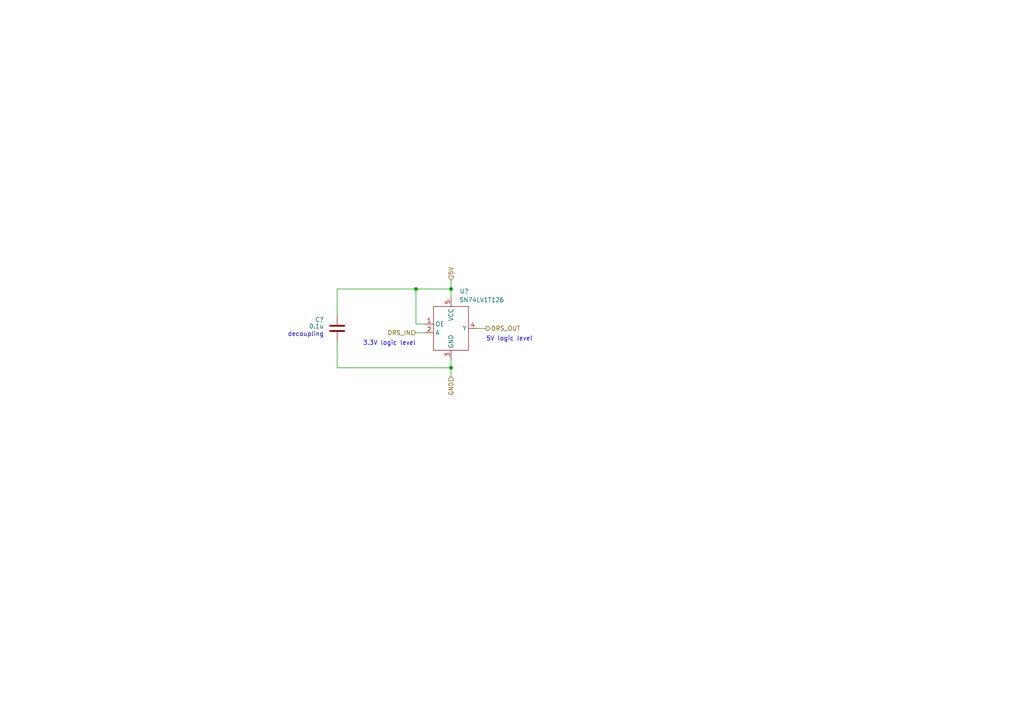
<source format=kicad_sch>
(kicad_sch (version 20211123) (generator eeschema)
  (paper "A4")
  (lib_symbols
    (symbol "Device:C" (pin_numbers hide) (pin_names (offset 0.254))
      (property "Reference" "C" (at 0.635 2.54 0))
      (property "Value" "C" (at 0.635 -2.54 0))
      (symbol "C_0_1"
        (polyline (pts (xy -2.032 -0.762) (xy 2.032 -0.762)) (stroke (width 0.508)))
        (polyline (pts (xy -2.032 0.762) (xy 2.032 0.762)) (stroke (width 0.508)))
      )
      (symbol "C_1_1"
        (pin passive line (at 0 3.81 270) (length 2.794) (name "~") (number "1"))
        (pin passive line (at 0 -3.81 90) (length 2.794) (name "~") (number "2"))
      )
    )
    (symbol "sufst-lib:SN74LV1T126"
      (property "Reference" "U" (at 2.54 10.16 0))
      (property "Value" "SN74LV1T126" (at 8.255 8.255 0))
      (symbol "SN74LV1T126_0_1"
        (rectangle (start -5.08 6.35) (end 5.08 -6.35))
      )
      (symbol "SN74LV1T126_1_1"
        (pin input line (at -7.62 1.27 0) (length 2.54) (name "OE") (number "1"))
        (pin input line (at -7.62 -1.27 0) (length 2.54) (name "A") (number "2"))
        (pin power_in line (at 0 -8.89 90) (length 2.54) (name "GND") (number "3"))
        (pin output line (at 7.62 0 180) (length 2.54) (name "Y") (number "4"))
        (pin power_in line (at 0 8.89 270) (length 2.54) (name "VCC") (number "5"))
      )
    )
  )
  (junction (at 130.81 106.68))
  (junction (at 120.65 83.82))
  (junction (at 130.81 83.82))
  (wire (pts (xy 130.81 106.68) (xy 130.81 109.22)))
  (wire (pts (xy 120.65 96.52) (xy 123.19 96.52)))
  (wire (pts (xy 130.81 104.14) (xy 130.81 106.68)))
  (wire (pts (xy 97.79 99.06) (xy 97.79 106.68)))
  (wire (pts (xy 120.65 83.82) (xy 130.81 83.82)))
  (wire (pts (xy 130.81 106.68) (xy 97.79 106.68)))
  (wire (pts (xy 130.81 83.82) (xy 130.81 86.36)))
  (wire (pts (xy 97.79 83.82) (xy 97.79 91.44)))
  (wire (pts (xy 120.65 93.98) (xy 120.65 83.82)))
  (wire (pts (xy 138.43 95.25) (xy 140.97 95.25)))
  (wire (pts (xy 120.65 83.82) (xy 97.79 83.82)))
  (wire (pts (xy 120.65 93.98) (xy 123.19 93.98)))
  (wire (pts (xy 130.81 81.28) (xy 130.81 83.82)))
  (text "3.3V logic level\n" (at 120.65 100.33 180) (effects (font (size 1.27 1.27)) (justify right bottom)))
  (text "5V logic level\n" (at 140.97 99.06 0) (effects (font (size 1.27 1.27)) (justify left bottom)))
  (text "decoupling\n" (at 93.98 97.7899 180) (effects (font (size 1.27 1.27)) (justify right bottom)))
  (hierarchical_label "GND" (shape input) (at 130.81 109.22 270))
  (hierarchical_label "DRS_OUT" (shape output) (at 140.97 95.25 0))
  (hierarchical_label "DRS_IN" (shape input) (at 120.65 96.52 180))
  (hierarchical_label "5V" (shape input) (at 130.81 81.28 90))
  (symbol (lib_id "sufst-lib:SN74LV1T126") (at 130.81 95.25 0) (unit 1)
    (property "Reference" "U?" (at 134.62 84.455 0))
    (property "Value" "SN74LV1T126" (at 139.7 86.995 0))
    (property "Footprint" "Package_TO_SOT_SMD:SOT-23" (effects hide))
    (property "Datasheet" "https://www.ti.com/lit/ds/symlink/sn74lv1t126.pdf" (effects hide))
  )
  (symbol (lib_id "Device:C") (at 97.79 95.25 180) (unit 1)
    (property "Reference" "C?" (at 93.98 92.71 0) (effects (justify left)))
    (property "Value" "0.1u" (at 93.98 94.615 0) (effects (justify left)))
  )
)
</source>
